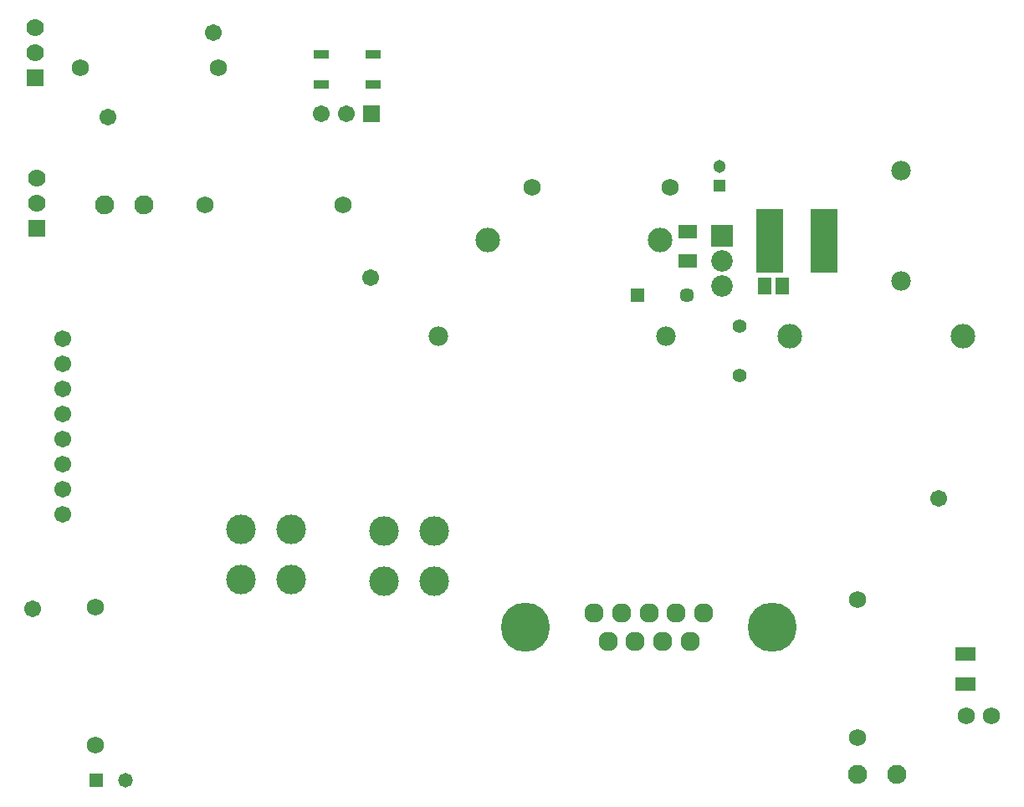
<source format=gts>
G04*
G04 #@! TF.GenerationSoftware,Altium Limited,Altium Designer,21.6.4 (81)*
G04*
G04 Layer_Color=8388736*
%FSLAX25Y25*%
%MOIN*%
G70*
G04*
G04 #@! TF.SameCoordinates,4CA0FBB6-7D73-4BA8-9560-2460E3BCD6C6*
G04*
G04*
G04 #@! TF.FilePolarity,Negative*
G04*
G01*
G75*
%ADD17R,0.06299X0.03369*%
%ADD22R,0.05367X0.06587*%
%ADD23R,0.10524X0.25682*%
%ADD24R,0.07887X0.05524*%
%ADD25R,0.07493X0.05328*%
%ADD26C,0.06700*%
%ADD27C,0.05800*%
%ADD28R,0.05800X0.05800*%
%ADD29R,0.06737X0.06737*%
%ADD30C,0.06737*%
%ADD31C,0.07599*%
%ADD32R,0.05131X0.05131*%
%ADD33C,0.05131*%
%ADD34C,0.09800*%
%ADD35C,0.06800*%
%ADD36C,0.05524*%
%ADD37R,0.07001X0.07001*%
%ADD38C,0.07001*%
%ADD39C,0.11800*%
%ADD40C,0.07709*%
%ADD41C,0.19580*%
%ADD42C,0.08595*%
%ADD43R,0.08595X0.08595*%
%ADD44C,0.07800*%
%ADD45R,0.05721X0.05721*%
%ADD46C,0.05721*%
%ADD47C,0.06706*%
D17*
X138500Y289985D02*
D03*
Y302015D02*
D03*
X159000Y289985D02*
D03*
Y302015D02*
D03*
D22*
X315000Y209500D02*
D03*
X321929D02*
D03*
D23*
X338811Y227500D02*
D03*
X317000D02*
D03*
D24*
X395000Y62811D02*
D03*
Y51000D02*
D03*
D25*
X284500Y219500D02*
D03*
Y231311D02*
D03*
D26*
X35500Y118500D02*
D03*
Y128500D02*
D03*
Y188500D02*
D03*
Y178500D02*
D03*
Y168500D02*
D03*
Y158500D02*
D03*
Y148500D02*
D03*
Y138500D02*
D03*
D27*
X60405Y12500D02*
D03*
D28*
X48594D02*
D03*
D29*
X158500Y278299D02*
D03*
D30*
X148500D02*
D03*
X138500D02*
D03*
D31*
X367874Y15000D02*
D03*
X352126D02*
D03*
X67874Y242000D02*
D03*
X52126D02*
D03*
D32*
X297000Y249500D02*
D03*
D33*
Y257374D02*
D03*
D34*
X325051Y189500D02*
D03*
X393949D02*
D03*
X273500Y228000D02*
D03*
X204602D02*
D03*
D35*
X405500Y38300D02*
D03*
X395500D02*
D03*
X48500Y26441D02*
D03*
Y81559D02*
D03*
X97559Y296500D02*
D03*
X42441D02*
D03*
X352000Y84559D02*
D03*
Y29441D02*
D03*
X277559Y249000D02*
D03*
X222441D02*
D03*
X147059Y242000D02*
D03*
X91941D02*
D03*
D36*
X305000Y193500D02*
D03*
Y173815D02*
D03*
D37*
X25000Y232500D02*
D03*
X24500Y292500D02*
D03*
D38*
X25000Y242500D02*
D03*
Y252500D02*
D03*
X24500Y302500D02*
D03*
Y312500D02*
D03*
D39*
X106500Y112500D02*
D03*
X126500D02*
D03*
X106500Y92500D02*
D03*
X126500D02*
D03*
X183500Y92000D02*
D03*
X163500D02*
D03*
X183500Y112000D02*
D03*
X163500D02*
D03*
D40*
X290764Y79181D02*
D03*
X279858D02*
D03*
X268953D02*
D03*
X258047D02*
D03*
X247142D02*
D03*
X285311Y68000D02*
D03*
X274406D02*
D03*
X263500D02*
D03*
X252594D02*
D03*
D41*
X219740Y73590D02*
D03*
X318165D02*
D03*
D42*
X298000Y209461D02*
D03*
Y219500D02*
D03*
D43*
Y229539D02*
D03*
D44*
X369500Y255547D02*
D03*
Y211453D02*
D03*
X275776Y189500D02*
D03*
X185224D02*
D03*
D45*
X264315Y206000D02*
D03*
D46*
X284000D02*
D03*
D47*
X95500Y310500D02*
D03*
X23500Y81000D02*
D03*
X53500Y277000D02*
D03*
X158000Y213000D02*
D03*
X384500Y125000D02*
D03*
M02*

</source>
